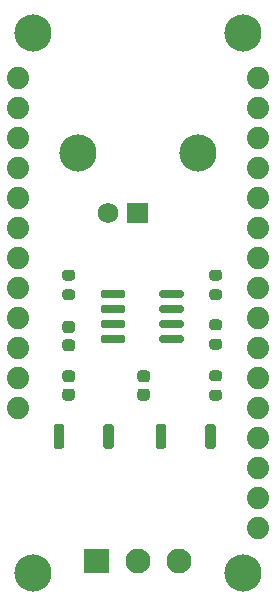
<source format=gbr>
G04 #@! TF.GenerationSoftware,KiCad,Pcbnew,5.1.7-a382d34a8~87~ubuntu18.04.1*
G04 #@! TF.CreationDate,2021-01-18T08:48:31-08:00*
G04 #@! TF.ProjectId,ph_feather_wing,70685f66-6561-4746-9865-725f77696e67,rev?*
G04 #@! TF.SameCoordinates,Original*
G04 #@! TF.FileFunction,Soldermask,Top*
G04 #@! TF.FilePolarity,Negative*
%FSLAX46Y46*%
G04 Gerber Fmt 4.6, Leading zero omitted, Abs format (unit mm)*
G04 Created by KiCad (PCBNEW 5.1.7-a382d34a8~87~ubuntu18.04.1) date 2021-01-18 08:48:31*
%MOMM*%
%LPD*%
G01*
G04 APERTURE LIST*
%ADD10C,3.150000*%
%ADD11C,1.880000*%
%ADD12C,1.753000*%
%ADD13C,2.102000*%
G04 APERTURE END LIST*
D10*
X67310000Y-53340000D03*
X85090000Y-53340000D03*
X85090000Y-99060000D03*
X67310000Y-99060000D03*
D11*
X66040000Y-57150000D03*
X66040000Y-59690000D03*
X66040000Y-62230000D03*
X66040000Y-64770000D03*
X66040000Y-67310000D03*
X66040000Y-69850000D03*
X66040000Y-72390000D03*
X66040000Y-74930000D03*
X66040000Y-77470000D03*
X66040000Y-80010000D03*
X66040000Y-82550000D03*
X66040000Y-85090000D03*
X86360000Y-95250000D03*
X86360000Y-92710000D03*
X86360000Y-90170000D03*
X86360000Y-87630000D03*
X86360000Y-85090000D03*
X86360000Y-82550000D03*
X86360000Y-80010000D03*
X86360000Y-77470000D03*
X86360000Y-74930000D03*
X86360000Y-72390000D03*
X86360000Y-69850000D03*
X86360000Y-67310000D03*
X86360000Y-64770000D03*
X86360000Y-62230000D03*
X86360000Y-59690000D03*
X86360000Y-57150000D03*
D10*
X71120000Y-63500000D03*
X81280000Y-63500000D03*
G36*
G01*
X75323500Y-69405500D02*
X75323500Y-67754500D01*
G75*
G02*
X75374500Y-67703500I51000J0D01*
G01*
X77025500Y-67703500D01*
G75*
G02*
X77076500Y-67754500I0J-51000D01*
G01*
X77076500Y-69405500D01*
G75*
G02*
X77025500Y-69456500I-51000J0D01*
G01*
X75374500Y-69456500D01*
G75*
G02*
X75323500Y-69405500I0J51000D01*
G01*
G37*
D12*
X73660000Y-68580000D03*
D13*
X76200000Y-98044000D03*
G36*
G01*
X71648880Y-99044000D02*
X71648880Y-97044000D01*
G75*
G02*
X71699880Y-96993000I51000J0D01*
G01*
X73699880Y-96993000D01*
G75*
G02*
X73750880Y-97044000I0J-51000D01*
G01*
X73750880Y-99044000D01*
G75*
G02*
X73699880Y-99095000I-51000J0D01*
G01*
X71699880Y-99095000D01*
G75*
G02*
X71648880Y-99044000I0J51000D01*
G01*
G37*
X79700120Y-98044000D03*
G36*
G01*
X70633500Y-80283000D02*
X70082500Y-80283000D01*
G75*
G02*
X69832000Y-80032500I0J250500D01*
G01*
X69832000Y-79531500D01*
G75*
G02*
X70082500Y-79281000I250500J0D01*
G01*
X70633500Y-79281000D01*
G75*
G02*
X70884000Y-79531500I0J-250500D01*
G01*
X70884000Y-80032500D01*
G75*
G02*
X70633500Y-80283000I-250500J0D01*
G01*
G37*
G36*
G01*
X70633500Y-78733000D02*
X70082500Y-78733000D01*
G75*
G02*
X69832000Y-78482500I0J250500D01*
G01*
X69832000Y-77981500D01*
G75*
G02*
X70082500Y-77731000I250500J0D01*
G01*
X70633500Y-77731000D01*
G75*
G02*
X70884000Y-77981500I0J-250500D01*
G01*
X70884000Y-78482500D01*
G75*
G02*
X70633500Y-78733000I-250500J0D01*
G01*
G37*
G36*
G01*
X70633500Y-82911000D02*
X70082500Y-82911000D01*
G75*
G02*
X69832000Y-82660500I0J250500D01*
G01*
X69832000Y-82159500D01*
G75*
G02*
X70082500Y-81909000I250500J0D01*
G01*
X70633500Y-81909000D01*
G75*
G02*
X70884000Y-82159500I0J-250500D01*
G01*
X70884000Y-82660500D01*
G75*
G02*
X70633500Y-82911000I-250500J0D01*
G01*
G37*
G36*
G01*
X70633500Y-84461000D02*
X70082500Y-84461000D01*
G75*
G02*
X69832000Y-84210500I0J250500D01*
G01*
X69832000Y-83709500D01*
G75*
G02*
X70082500Y-83459000I250500J0D01*
G01*
X70633500Y-83459000D01*
G75*
G02*
X70884000Y-83709500I0J-250500D01*
G01*
X70884000Y-84210500D01*
G75*
G02*
X70633500Y-84461000I-250500J0D01*
G01*
G37*
G36*
G01*
X76983500Y-84461000D02*
X76432500Y-84461000D01*
G75*
G02*
X76182000Y-84210500I0J250500D01*
G01*
X76182000Y-83709500D01*
G75*
G02*
X76432500Y-83459000I250500J0D01*
G01*
X76983500Y-83459000D01*
G75*
G02*
X77234000Y-83709500I0J-250500D01*
G01*
X77234000Y-84210500D01*
G75*
G02*
X76983500Y-84461000I-250500J0D01*
G01*
G37*
G36*
G01*
X76983500Y-82911000D02*
X76432500Y-82911000D01*
G75*
G02*
X76182000Y-82660500I0J250500D01*
G01*
X76182000Y-82159500D01*
G75*
G02*
X76432500Y-81909000I250500J0D01*
G01*
X76983500Y-81909000D01*
G75*
G02*
X77234000Y-82159500I0J-250500D01*
G01*
X77234000Y-82660500D01*
G75*
G02*
X76983500Y-82911000I-250500J0D01*
G01*
G37*
G36*
G01*
X83104500Y-80143000D02*
X82503500Y-80143000D01*
G75*
G02*
X82278000Y-79917500I0J225500D01*
G01*
X82278000Y-79466500D01*
G75*
G02*
X82503500Y-79241000I225500J0D01*
G01*
X83104500Y-79241000D01*
G75*
G02*
X83330000Y-79466500I0J-225500D01*
G01*
X83330000Y-79917500D01*
G75*
G02*
X83104500Y-80143000I-225500J0D01*
G01*
G37*
G36*
G01*
X83104500Y-78493000D02*
X82503500Y-78493000D01*
G75*
G02*
X82278000Y-78267500I0J225500D01*
G01*
X82278000Y-77816500D01*
G75*
G02*
X82503500Y-77591000I225500J0D01*
G01*
X83104500Y-77591000D01*
G75*
G02*
X83330000Y-77816500I0J-225500D01*
G01*
X83330000Y-78267500D01*
G75*
G02*
X83104500Y-78493000I-225500J0D01*
G01*
G37*
G36*
G01*
X83104500Y-74302000D02*
X82503500Y-74302000D01*
G75*
G02*
X82278000Y-74076500I0J225500D01*
G01*
X82278000Y-73625500D01*
G75*
G02*
X82503500Y-73400000I225500J0D01*
G01*
X83104500Y-73400000D01*
G75*
G02*
X83330000Y-73625500I0J-225500D01*
G01*
X83330000Y-74076500D01*
G75*
G02*
X83104500Y-74302000I-225500J0D01*
G01*
G37*
G36*
G01*
X83104500Y-75952000D02*
X82503500Y-75952000D01*
G75*
G02*
X82278000Y-75726500I0J225500D01*
G01*
X82278000Y-75275500D01*
G75*
G02*
X82503500Y-75050000I225500J0D01*
G01*
X83104500Y-75050000D01*
G75*
G02*
X83330000Y-75275500I0J-225500D01*
G01*
X83330000Y-75726500D01*
G75*
G02*
X83104500Y-75952000I-225500J0D01*
G01*
G37*
G36*
G01*
X70658500Y-74302000D02*
X70057500Y-74302000D01*
G75*
G02*
X69832000Y-74076500I0J225500D01*
G01*
X69832000Y-73625500D01*
G75*
G02*
X70057500Y-73400000I225500J0D01*
G01*
X70658500Y-73400000D01*
G75*
G02*
X70884000Y-73625500I0J-225500D01*
G01*
X70884000Y-74076500D01*
G75*
G02*
X70658500Y-74302000I-225500J0D01*
G01*
G37*
G36*
G01*
X70658500Y-75952000D02*
X70057500Y-75952000D01*
G75*
G02*
X69832000Y-75726500I0J225500D01*
G01*
X69832000Y-75275500D01*
G75*
G02*
X70057500Y-75050000I225500J0D01*
G01*
X70658500Y-75050000D01*
G75*
G02*
X70884000Y-75275500I0J-225500D01*
G01*
X70884000Y-75726500D01*
G75*
G02*
X70658500Y-75952000I-225500J0D01*
G01*
G37*
G36*
G01*
X82503500Y-81909000D02*
X83104500Y-81909000D01*
G75*
G02*
X83330000Y-82134500I0J-225500D01*
G01*
X83330000Y-82585500D01*
G75*
G02*
X83104500Y-82811000I-225500J0D01*
G01*
X82503500Y-82811000D01*
G75*
G02*
X82278000Y-82585500I0J225500D01*
G01*
X82278000Y-82134500D01*
G75*
G02*
X82503500Y-81909000I225500J0D01*
G01*
G37*
G36*
G01*
X82503500Y-83559000D02*
X83104500Y-83559000D01*
G75*
G02*
X83330000Y-83784500I0J-225500D01*
G01*
X83330000Y-84235500D01*
G75*
G02*
X83104500Y-84461000I-225500J0D01*
G01*
X82503500Y-84461000D01*
G75*
G02*
X82278000Y-84235500I0J225500D01*
G01*
X82278000Y-83784500D01*
G75*
G02*
X82503500Y-83559000I225500J0D01*
G01*
G37*
G36*
G01*
X73277000Y-88328500D02*
X73277000Y-86677500D01*
G75*
G02*
X73502500Y-86452000I225500J0D01*
G01*
X73953500Y-86452000D01*
G75*
G02*
X74179000Y-86677500I0J-225500D01*
G01*
X74179000Y-88328500D01*
G75*
G02*
X73953500Y-88554000I-225500J0D01*
G01*
X73502500Y-88554000D01*
G75*
G02*
X73277000Y-88328500I0J225500D01*
G01*
G37*
G36*
G01*
X69077000Y-88328500D02*
X69077000Y-86677500D01*
G75*
G02*
X69302500Y-86452000I225500J0D01*
G01*
X69753500Y-86452000D01*
G75*
G02*
X69979000Y-86677500I0J-225500D01*
G01*
X69979000Y-88328500D01*
G75*
G02*
X69753500Y-88554000I-225500J0D01*
G01*
X69302500Y-88554000D01*
G75*
G02*
X69077000Y-88328500I0J225500D01*
G01*
G37*
G36*
G01*
X77713000Y-88328500D02*
X77713000Y-86677500D01*
G75*
G02*
X77938500Y-86452000I225500J0D01*
G01*
X78389500Y-86452000D01*
G75*
G02*
X78615000Y-86677500I0J-225500D01*
G01*
X78615000Y-88328500D01*
G75*
G02*
X78389500Y-88554000I-225500J0D01*
G01*
X77938500Y-88554000D01*
G75*
G02*
X77713000Y-88328500I0J225500D01*
G01*
G37*
G36*
G01*
X81913000Y-88328500D02*
X81913000Y-86677500D01*
G75*
G02*
X82138500Y-86452000I225500J0D01*
G01*
X82589500Y-86452000D01*
G75*
G02*
X82815000Y-86677500I0J-225500D01*
G01*
X82815000Y-88328500D01*
G75*
G02*
X82589500Y-88554000I-225500J0D01*
G01*
X82138500Y-88554000D01*
G75*
G02*
X81913000Y-88328500I0J225500D01*
G01*
G37*
G36*
G01*
X80082000Y-79072500D02*
X80082000Y-79423500D01*
G75*
G02*
X79906500Y-79599000I-175500J0D01*
G01*
X78205500Y-79599000D01*
G75*
G02*
X78030000Y-79423500I0J175500D01*
G01*
X78030000Y-79072500D01*
G75*
G02*
X78205500Y-78897000I175500J0D01*
G01*
X79906500Y-78897000D01*
G75*
G02*
X80082000Y-79072500I0J-175500D01*
G01*
G37*
G36*
G01*
X80082000Y-77802500D02*
X80082000Y-78153500D01*
G75*
G02*
X79906500Y-78329000I-175500J0D01*
G01*
X78205500Y-78329000D01*
G75*
G02*
X78030000Y-78153500I0J175500D01*
G01*
X78030000Y-77802500D01*
G75*
G02*
X78205500Y-77627000I175500J0D01*
G01*
X79906500Y-77627000D01*
G75*
G02*
X80082000Y-77802500I0J-175500D01*
G01*
G37*
G36*
G01*
X80082000Y-76532500D02*
X80082000Y-76883500D01*
G75*
G02*
X79906500Y-77059000I-175500J0D01*
G01*
X78205500Y-77059000D01*
G75*
G02*
X78030000Y-76883500I0J175500D01*
G01*
X78030000Y-76532500D01*
G75*
G02*
X78205500Y-76357000I175500J0D01*
G01*
X79906500Y-76357000D01*
G75*
G02*
X80082000Y-76532500I0J-175500D01*
G01*
G37*
G36*
G01*
X80082000Y-75262500D02*
X80082000Y-75613500D01*
G75*
G02*
X79906500Y-75789000I-175500J0D01*
G01*
X78205500Y-75789000D01*
G75*
G02*
X78030000Y-75613500I0J175500D01*
G01*
X78030000Y-75262500D01*
G75*
G02*
X78205500Y-75087000I175500J0D01*
G01*
X79906500Y-75087000D01*
G75*
G02*
X80082000Y-75262500I0J-175500D01*
G01*
G37*
G36*
G01*
X75132000Y-75262500D02*
X75132000Y-75613500D01*
G75*
G02*
X74956500Y-75789000I-175500J0D01*
G01*
X73255500Y-75789000D01*
G75*
G02*
X73080000Y-75613500I0J175500D01*
G01*
X73080000Y-75262500D01*
G75*
G02*
X73255500Y-75087000I175500J0D01*
G01*
X74956500Y-75087000D01*
G75*
G02*
X75132000Y-75262500I0J-175500D01*
G01*
G37*
G36*
G01*
X75132000Y-76532500D02*
X75132000Y-76883500D01*
G75*
G02*
X74956500Y-77059000I-175500J0D01*
G01*
X73255500Y-77059000D01*
G75*
G02*
X73080000Y-76883500I0J175500D01*
G01*
X73080000Y-76532500D01*
G75*
G02*
X73255500Y-76357000I175500J0D01*
G01*
X74956500Y-76357000D01*
G75*
G02*
X75132000Y-76532500I0J-175500D01*
G01*
G37*
G36*
G01*
X75132000Y-77802500D02*
X75132000Y-78153500D01*
G75*
G02*
X74956500Y-78329000I-175500J0D01*
G01*
X73255500Y-78329000D01*
G75*
G02*
X73080000Y-78153500I0J175500D01*
G01*
X73080000Y-77802500D01*
G75*
G02*
X73255500Y-77627000I175500J0D01*
G01*
X74956500Y-77627000D01*
G75*
G02*
X75132000Y-77802500I0J-175500D01*
G01*
G37*
G36*
G01*
X75132000Y-79072500D02*
X75132000Y-79423500D01*
G75*
G02*
X74956500Y-79599000I-175500J0D01*
G01*
X73255500Y-79599000D01*
G75*
G02*
X73080000Y-79423500I0J175500D01*
G01*
X73080000Y-79072500D01*
G75*
G02*
X73255500Y-78897000I175500J0D01*
G01*
X74956500Y-78897000D01*
G75*
G02*
X75132000Y-79072500I0J-175500D01*
G01*
G37*
M02*

</source>
